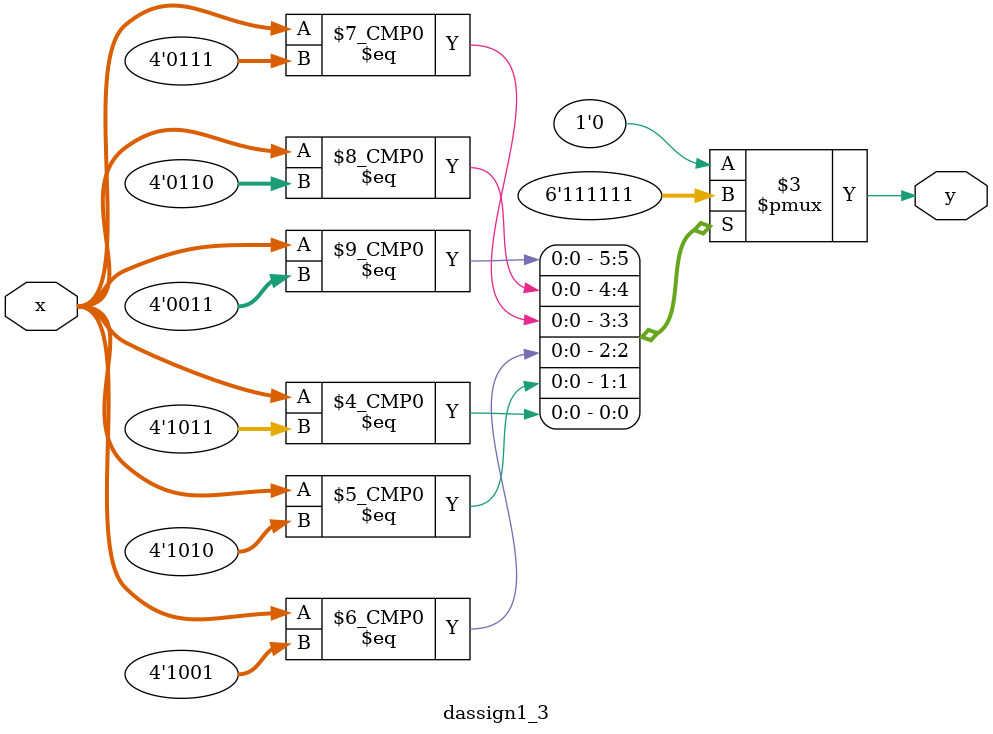
<source format=v>
module dassign1_3(y,x);
   output y;
   reg y;
   input [3:0] x;
   
  always @(x)
    case({x[3],x[2],x[1],x[0]})
      4'b0011 : y = 'b1;
      4'b0110 : y = 'b1;
      4'b0111 : y = 'b1;
      4'b1001 : y = 'b1;
      4'b1010 : y = 'b1;
      4'b1011 : y = 'b1;
      default : y = 'b0;
    endcase
  
endmodule
</source>
